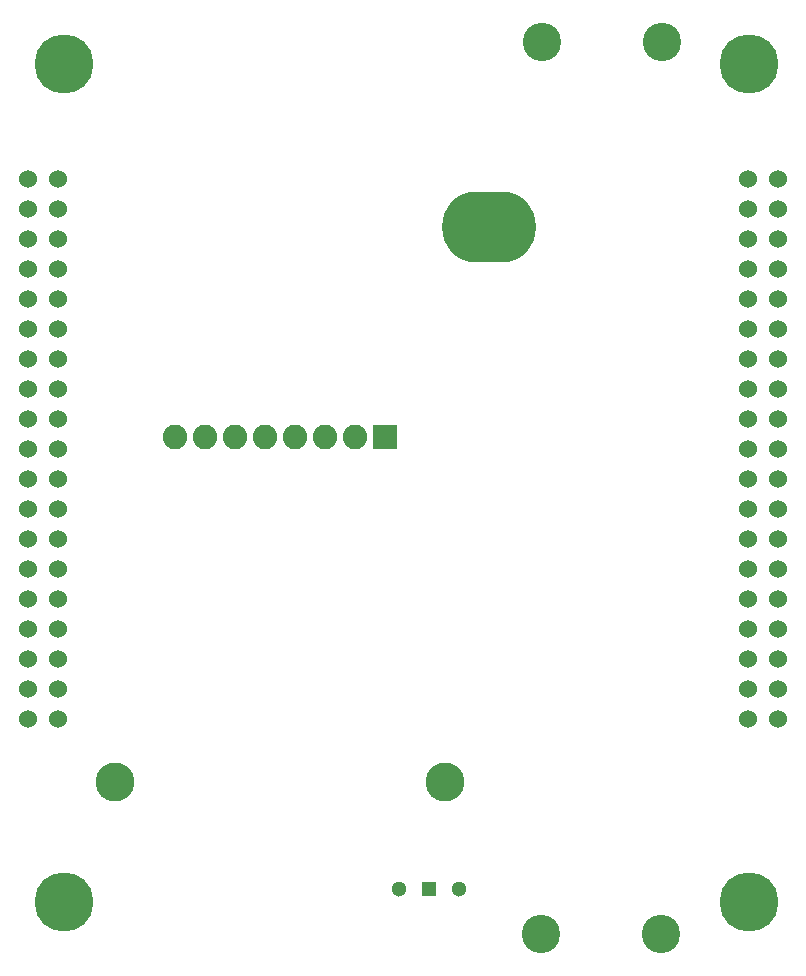
<source format=gbr>
%TF.GenerationSoftware,KiCad,Pcbnew,9.0.2*%
%TF.CreationDate,2025-07-03T17:47:07+02:00*%
%TF.ProjectId,PCB_accueil_STM,5043425f-6163-4637-9565-696c5f53544d,rev?*%
%TF.SameCoordinates,Original*%
%TF.FileFunction,Soldermask,Top*%
%TF.FilePolarity,Negative*%
%FSLAX46Y46*%
G04 Gerber Fmt 4.6, Leading zero omitted, Abs format (unit mm)*
G04 Created by KiCad (PCBNEW 9.0.2) date 2025-07-03 17:47:07*
%MOMM*%
%LPD*%
G01*
G04 APERTURE LIST*
G04 Aperture macros list*
%AMRoundRect*
0 Rectangle with rounded corners*
0 $1 Rounding radius*
0 $2 $3 $4 $5 $6 $7 $8 $9 X,Y pos of 4 corners*
0 Add a 4 corners polygon primitive as box body*
4,1,4,$2,$3,$4,$5,$6,$7,$8,$9,$2,$3,0*
0 Add four circle primitives for the rounded corners*
1,1,$1+$1,$2,$3*
1,1,$1+$1,$4,$5*
1,1,$1+$1,$6,$7*
1,1,$1+$1,$8,$9*
0 Add four rect primitives between the rounded corners*
20,1,$1+$1,$2,$3,$4,$5,0*
20,1,$1+$1,$4,$5,$6,$7,0*
20,1,$1+$1,$6,$7,$8,$9,0*
20,1,$1+$1,$8,$9,$2,$3,0*%
G04 Aperture macros list end*
%ADD10C,5.000000*%
%ADD11C,3.250000*%
%ADD12O,8.000000X6.000000*%
%ADD13R,1.300000X1.300000*%
%ADD14C,1.300000*%
%ADD15C,3.302000*%
%ADD16RoundRect,0.101600X-0.939800X0.939800X-0.939800X-0.939800X0.939800X-0.939800X0.939800X0.939800X0*%
%ADD17C,2.082800*%
%ADD18C,1.524000*%
G04 APERTURE END LIST*
D10*
%TO.C,1PIN*%
X86411000Y-131745460D03*
%TD*%
D11*
%TO.C,J1*%
X126917400Y-58951800D03*
X137077400Y-58951800D03*
%TD*%
D12*
%TO.C,*%
X122395000Y-74545460D03*
%TD*%
D11*
%TO.C,J2*%
X137011000Y-134405460D03*
X126851000Y-134405460D03*
%TD*%
D10*
%TO.C,1PIN*%
X144411000Y-131745460D03*
%TD*%
%TO.C,1PIN*%
X86411000Y-60741060D03*
%TD*%
D13*
%TO.C,S1*%
X117367000Y-130609460D03*
D14*
X119907000Y-130609460D03*
X114827000Y-130609460D03*
%TD*%
D15*
%TO.C,J3*%
X118687800Y-121554360D03*
X90747800Y-121554360D03*
D16*
X113607800Y-92344360D03*
D17*
X111067800Y-92344360D03*
X108527800Y-92344360D03*
X105987800Y-92344360D03*
X103447800Y-92344360D03*
X100907800Y-92344360D03*
X98367800Y-92344360D03*
X95827800Y-92344360D03*
%TD*%
D18*
%TO.C,CN7*%
X83411000Y-70525460D03*
X85951000Y-70525460D03*
X83411000Y-73065460D03*
X85951000Y-73065460D03*
X83411000Y-75605460D03*
X85951000Y-75605460D03*
X83411000Y-78145460D03*
X85951000Y-78145460D03*
X83411000Y-80685460D03*
X85951000Y-80685460D03*
X83411000Y-83225460D03*
X85951000Y-83225460D03*
X83411000Y-85765460D03*
X85951000Y-85765460D03*
X83411000Y-88305460D03*
X85951000Y-88305460D03*
X83411000Y-90845460D03*
X85951000Y-90845460D03*
X83411000Y-93385460D03*
X85951000Y-93385460D03*
X83411000Y-95925460D03*
X85951000Y-95925460D03*
X83411000Y-98465460D03*
X85951000Y-98465460D03*
X83411000Y-101005460D03*
X85951000Y-101005460D03*
X83411000Y-103545460D03*
X85951000Y-103545460D03*
X83411000Y-106085460D03*
X85951000Y-106085460D03*
X83411000Y-108625460D03*
X85951000Y-108625460D03*
X83411000Y-111165460D03*
X85951000Y-111165460D03*
X83411000Y-113705460D03*
X85951000Y-113705460D03*
X83411000Y-116245460D03*
X85951000Y-116245460D03*
%TD*%
%TO.C,CN10*%
X144371000Y-70525460D03*
X146911000Y-70525460D03*
X144371000Y-73065460D03*
X146911000Y-73065460D03*
X144371000Y-75605460D03*
X146911000Y-75605460D03*
X144371000Y-78145460D03*
X146911000Y-78145460D03*
X144371000Y-80685460D03*
X146911000Y-80685460D03*
X144371000Y-83225460D03*
X146911000Y-83225460D03*
X144371000Y-85765460D03*
X146911000Y-85765460D03*
X144371000Y-88305460D03*
X146911000Y-88305460D03*
X144371000Y-90845460D03*
X146911000Y-90845460D03*
X144371000Y-93385460D03*
X146911000Y-93385460D03*
X144371000Y-95925460D03*
X146911000Y-95925460D03*
X144371000Y-98465460D03*
X146911000Y-98465460D03*
X144371000Y-101005460D03*
X146911000Y-101005460D03*
X144371000Y-103545460D03*
X146911000Y-103545460D03*
X144371000Y-106085460D03*
X146911000Y-106085460D03*
X144371000Y-108625460D03*
X146911000Y-108625460D03*
X144371000Y-111165460D03*
X146911000Y-111165460D03*
X144371000Y-113705460D03*
X146911000Y-113705460D03*
X144371000Y-116245460D03*
X146911000Y-116245460D03*
%TD*%
D10*
%TO.C,1PIN*%
X144411000Y-60745460D03*
%TD*%
D12*
%TO.C,*%
X122395000Y-74545460D03*
%TD*%
M02*

</source>
